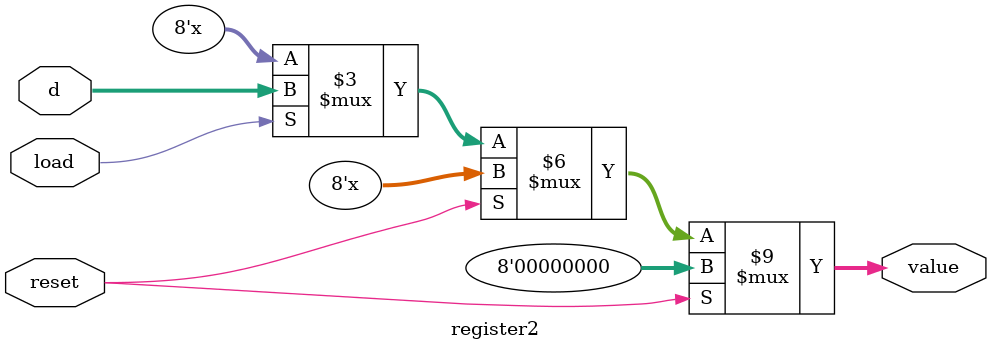
<source format=v>
module register2 (load, d, value,reset);
input load;
input [7:0] d;
input reset;
output reg [7:0] value;

always @ (d or load or reset)
begin
if(reset)
value = 8'b00000000;
else
if(load) value = d;
end

endmodule

</source>
